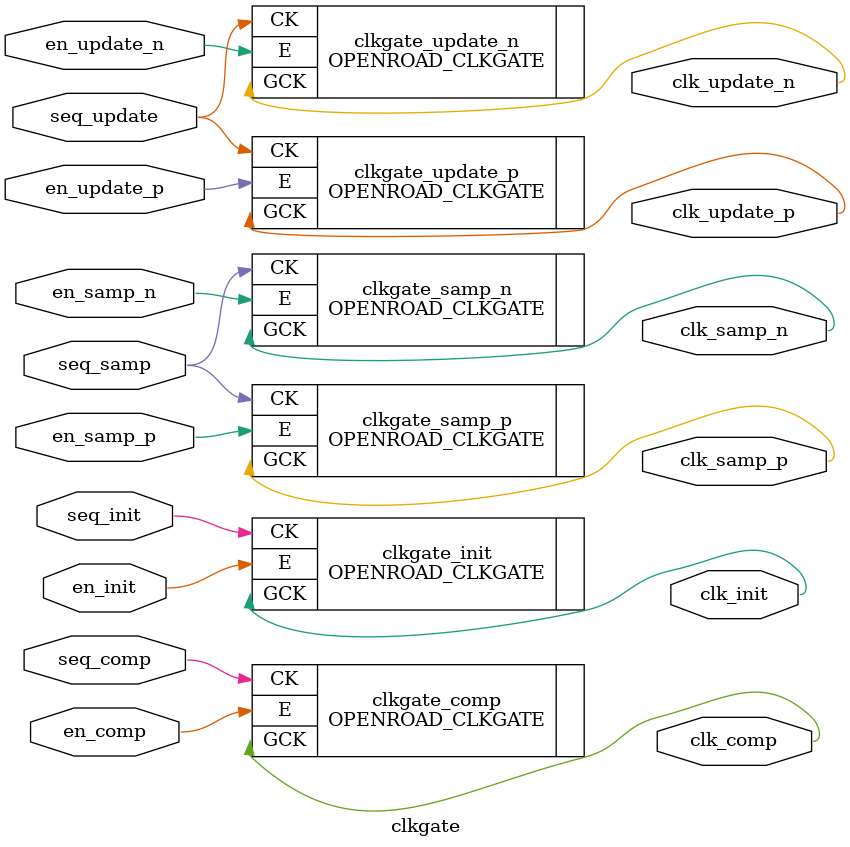
<source format=v>

module clkgate (
    // Sequencing signals
    input  wire seq_init,       // DAC initialization sequence timing
    input  wire seq_samp,       // Sampling sequence timing
    input  wire seq_comp,       // Comparator sequence timing
    input  wire seq_update,     // DAC update logic sequence timing

    // Enable control signals
    input  wire en_init,        // Enable initialization
    input  wire en_samp_p,      // Enable sampling positive side
    input  wire en_samp_n,      // Enable sampling negative side
    input  wire en_comp,        // Enable comparator
    input  wire en_update_p,     // Enable update logic positive side
    input  wire en_update_n,     // Enable update logic negative side

    // Output gated clocks
    output wire clk_init,       // Gated initialization clock
    output wire clk_samp_p,     // Gated sampling clock positive
    output wire clk_samp_n,     // Gated sampling clock negative
    output wire clk_comp,       // Gated comparator clock
    output wire clk_update_p,    // Gated update clock positive
    output wire clk_update_n     // Gated update clock negative
);

    // Generate gated clocks using proper clock gates
    OPENROAD_CLKGATE clkgate_init (.CK(seq_init), .E(en_init), .GCK(clk_init));
    OPENROAD_CLKGATE clkgate_samp_p (.CK(seq_samp), .E(en_samp_p), .GCK(clk_samp_p));
    OPENROAD_CLKGATE clkgate_samp_n (.CK(seq_samp), .E(en_samp_n), .GCK(clk_samp_n));
    OPENROAD_CLKGATE clkgate_comp (.CK(seq_comp), .E(en_comp), .GCK(clk_comp));
    OPENROAD_CLKGATE clkgate_update_p (.CK(seq_update), .E(en_update_p), .GCK(clk_update_p));
    OPENROAD_CLKGATE clkgate_update_n (.CK(seq_update), .E(en_update_n), .GCK(clk_update_n));

endmodule

</source>
